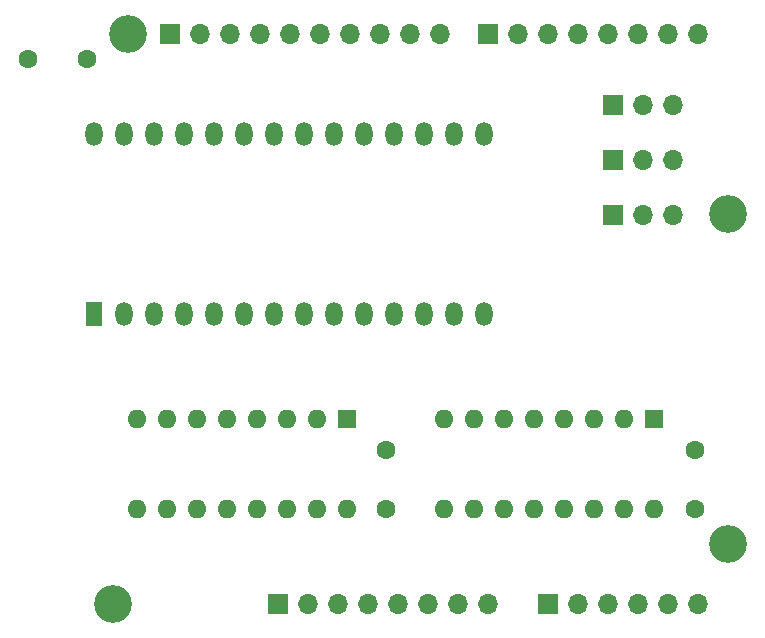
<source format=gbr>
%TF.GenerationSoftware,KiCad,Pcbnew,7.0.9*%
%TF.CreationDate,2024-01-02T14:05:00+00:00*%
%TF.ProjectId,ArduinoEEPROMProg,41726475-696e-46f4-9545-50524f4d5072,rev?*%
%TF.SameCoordinates,Original*%
%TF.FileFunction,Soldermask,Bot*%
%TF.FilePolarity,Negative*%
%FSLAX46Y46*%
G04 Gerber Fmt 4.6, Leading zero omitted, Abs format (unit mm)*
G04 Created by KiCad (PCBNEW 7.0.9) date 2024-01-02 14:05:00*
%MOMM*%
%LPD*%
G01*
G04 APERTURE LIST*
%ADD10R,1.700000X1.700000*%
%ADD11O,1.700000X1.700000*%
%ADD12C,1.600000*%
%ADD13R,1.440000X2.000000*%
%ADD14O,1.440000X2.000000*%
%ADD15C,3.200000*%
%ADD16R,1.600000X1.600000*%
%ADD17O,1.600000X1.600000*%
G04 APERTURE END LIST*
D10*
%TO.C,J3*%
X150800000Y-97460000D03*
D11*
X153340000Y-97460000D03*
X155880000Y-97460000D03*
X158420000Y-97460000D03*
X160960000Y-97460000D03*
X163500000Y-97460000D03*
%TD*%
D10*
%TO.C,J1*%
X127940000Y-97460000D03*
D11*
X130480000Y-97460000D03*
X133020000Y-97460000D03*
X135560000Y-97460000D03*
X138100000Y-97460000D03*
X140640000Y-97460000D03*
X143180000Y-97460000D03*
X145720000Y-97460000D03*
%TD*%
D10*
%TO.C,J4*%
X145720000Y-49200000D03*
D11*
X148260000Y-49200000D03*
X150800000Y-49200000D03*
X153340000Y-49200000D03*
X155880000Y-49200000D03*
X158420000Y-49200000D03*
X160960000Y-49200000D03*
X163500000Y-49200000D03*
%TD*%
D10*
%TO.C,J2*%
X118796000Y-49200000D03*
D11*
X121336000Y-49200000D03*
X123876000Y-49200000D03*
X126416000Y-49200000D03*
X128956000Y-49200000D03*
X131496000Y-49200000D03*
X134036000Y-49200000D03*
X136576000Y-49200000D03*
X139116000Y-49200000D03*
X141656000Y-49200000D03*
%TD*%
D12*
%TO.C,C3*%
X163230000Y-89460000D03*
X163230000Y-84460000D03*
%TD*%
D13*
%TO.C,U3*%
X112350000Y-72922500D03*
D14*
X114890000Y-72922500D03*
X117430000Y-72922500D03*
X119970000Y-72922500D03*
X122510000Y-72922500D03*
X125050000Y-72922500D03*
X127590000Y-72922500D03*
X130130000Y-72922500D03*
X132670000Y-72922500D03*
X135210000Y-72922500D03*
X137750000Y-72922500D03*
X140290000Y-72922500D03*
X142830000Y-72922500D03*
X145370000Y-72922500D03*
X145370000Y-57682500D03*
X142830000Y-57682500D03*
X140290000Y-57682500D03*
X137750000Y-57682500D03*
X135210000Y-57682500D03*
X132670000Y-57682500D03*
X130130000Y-57682500D03*
X127590000Y-57682500D03*
X125050000Y-57682500D03*
X122510000Y-57682500D03*
X119970000Y-57682500D03*
X117430000Y-57682500D03*
X114890000Y-57682500D03*
X112350000Y-57682500D03*
%TD*%
D15*
%TO.C,MH1*%
X115240000Y-49200000D03*
%TD*%
D16*
%TO.C,U2*%
X159730000Y-81780000D03*
D17*
X157190000Y-81780000D03*
X154650000Y-81780000D03*
X152110000Y-81780000D03*
X149570000Y-81780000D03*
X147030000Y-81780000D03*
X144490000Y-81780000D03*
X141950000Y-81780000D03*
X141950000Y-89400000D03*
X144490000Y-89400000D03*
X147030000Y-89400000D03*
X149570000Y-89400000D03*
X152110000Y-89400000D03*
X154650000Y-89400000D03*
X157190000Y-89400000D03*
X159730000Y-89400000D03*
%TD*%
D10*
%TO.C,J5*%
X156270000Y-64510000D03*
D11*
X158810000Y-64510000D03*
X161350000Y-64510000D03*
%TD*%
D16*
%TO.C,U1*%
X133765000Y-81780000D03*
D17*
X131225000Y-81780000D03*
X128685000Y-81780000D03*
X126145000Y-81780000D03*
X123605000Y-81780000D03*
X121065000Y-81780000D03*
X118525000Y-81780000D03*
X115985000Y-81780000D03*
X115985000Y-89400000D03*
X118525000Y-89400000D03*
X121065000Y-89400000D03*
X123605000Y-89400000D03*
X126145000Y-89400000D03*
X128685000Y-89400000D03*
X131225000Y-89400000D03*
X133765000Y-89400000D03*
%TD*%
D12*
%TO.C,C1*%
X111710000Y-51340000D03*
X106710000Y-51340000D03*
%TD*%
%TO.C,C2*%
X137010000Y-89420000D03*
X137010000Y-84420000D03*
%TD*%
D15*
%TO.C,MH2*%
X113970000Y-97460000D03*
%TD*%
D10*
%TO.C,J7*%
X156270000Y-55210000D03*
D11*
X158810000Y-55210000D03*
X161350000Y-55210000D03*
%TD*%
D15*
%TO.C,MH3*%
X166040000Y-64440000D03*
%TD*%
%TO.C,MH4*%
X166040000Y-92380000D03*
%TD*%
D10*
%TO.C,J6*%
X156270000Y-59860000D03*
D11*
X158810000Y-59860000D03*
X161350000Y-59860000D03*
%TD*%
M02*

</source>
